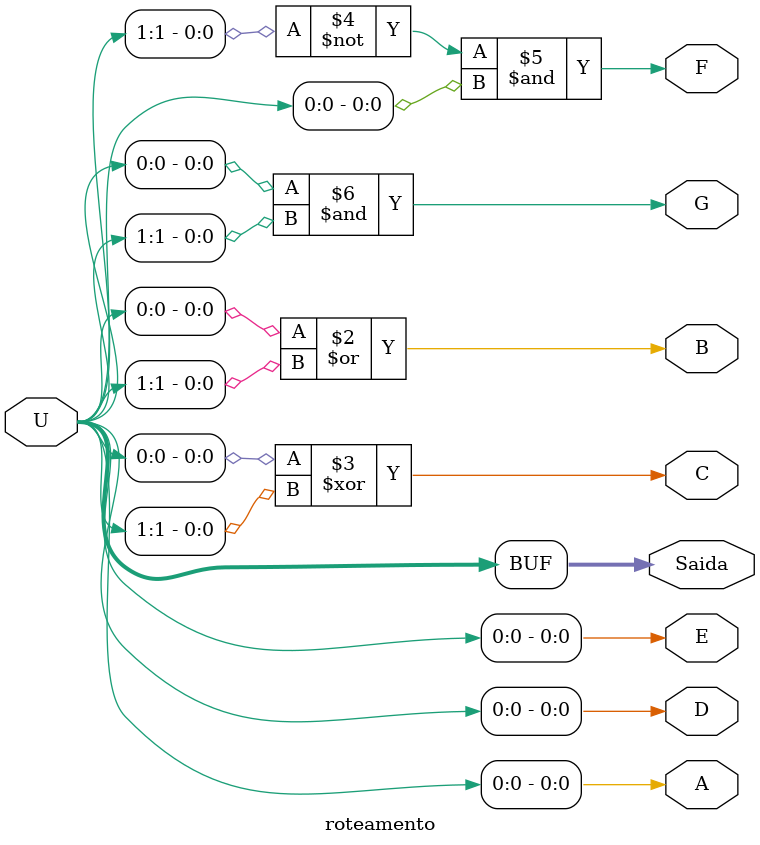
<source format=sv>
parameter Num_de_Bits=2;
module roteamento(
  input logic [Num_de_Bits-1:0] U, 
  output logic A, B, C, D, E, F, G,
  output logic [Num_de_Bits-1:0] Saida
);
  
  always_comb begin
    Saida <= U;
    A <= U[0];
    B <= U[0] | U[1];
    C <= U[0] ^ U[1];
    D <= U[0];
    E <= U[0];
    F <= (~U[1]) & U[0];
    G <= U[0] & U[1];
	end
endmodule
</source>
